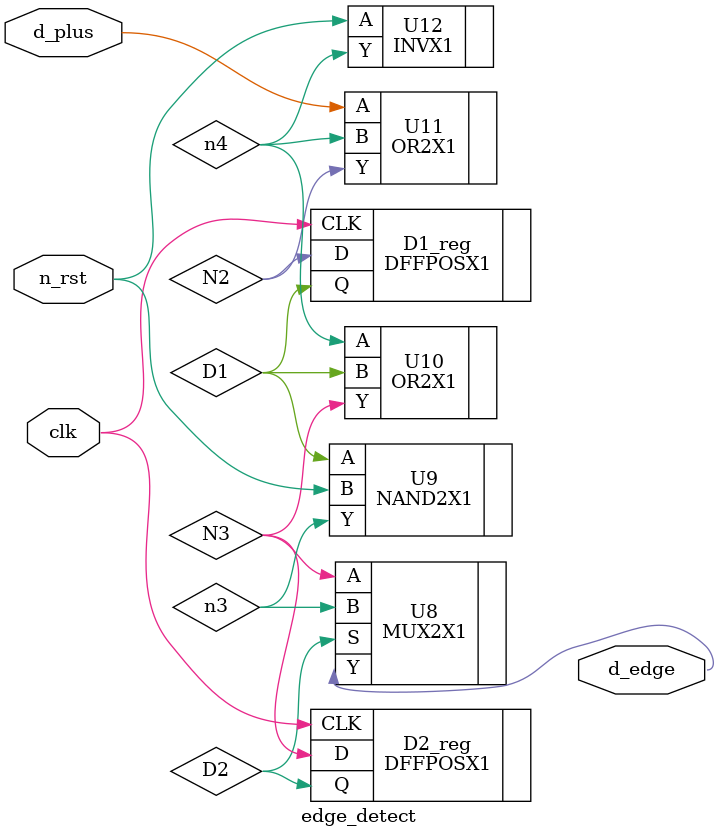
<source format=v>


module edge_detect ( clk, n_rst, d_plus, d_edge );
  input clk, n_rst, d_plus;
  output d_edge;
  wire   D1, N2, D2, N3, n3, n4;

  DFFPOSX1 D1_reg ( .D(N2), .CLK(clk), .Q(D1) );
  DFFPOSX1 D2_reg ( .D(N3), .CLK(clk), .Q(D2) );
  MUX2X1 U8 ( .B(n3), .A(N3), .S(D2), .Y(d_edge) );
  NAND2X1 U9 ( .A(D1), .B(n_rst), .Y(n3) );
  OR2X1 U10 ( .A(n4), .B(D1), .Y(N3) );
  OR2X1 U11 ( .A(d_plus), .B(n4), .Y(N2) );
  INVX1 U12 ( .A(n_rst), .Y(n4) );
endmodule


</source>
